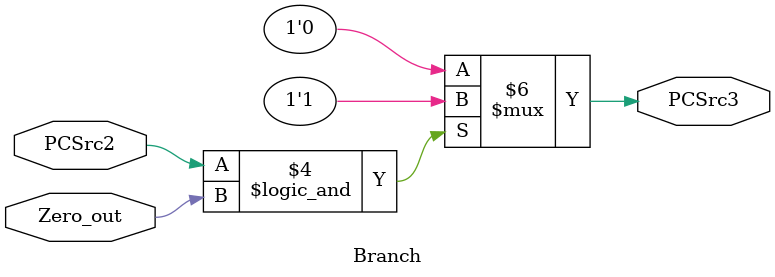
<source format=v>
`timescale 1ns / 1ps


module Branch(PCSrc2,Zero_out,PCSrc3);
    input PCSrc2,Zero_out;
    output reg PCSrc3;
    
    always@(PCSrc2,Zero_out) begin
        if(PCSrc2==1&&Zero_out==1)begin
        PCSrc3<=1;
        end
        else begin
         PCSrc3<=0;
    end
    end
    
    

endmodule

</source>
